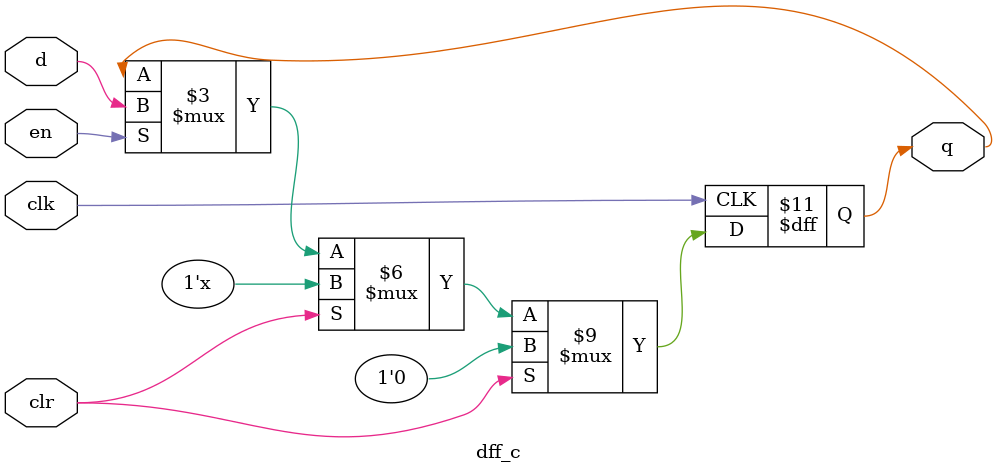
<source format=v>
module dff_c(d, clr, en, clk, q);
	input d, clr, en, clk;
	output q;
	reg q;
	always @(posedge clk) begin
		if(clr) begin
			q = 1'b0;
		end else begin 
			if(en) begin
				q = d;
			end
		end
	end	
endmodule

</source>
